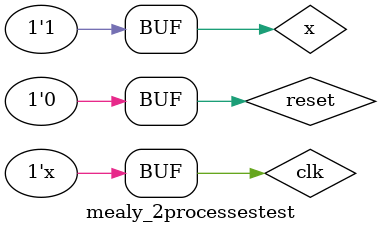
<source format=v>
`timescale 1ns / 1ps


module mealy_2processestest;

	// Inputs
	reg clk;
	reg reset;
	reg x;

	// Outputs
	wire parity;

	// Instantiate the Unit Under Test (UUT)
	mealy_2processes uut (
		.clk(clk), 
		.reset(reset), 
		.x(x), 
		.parity(parity)
	);

always
		#5 clk = ~clk;

	initial
		begin
			clk = 1'b0;
			reset = 1'b1;
			#11 reset = 1'b0;
		end
	initial 
		begin
			#10 x = 1;
		
		// Wait 100 ns for global reset to finish
		#20;
        
		// Add stimulus here

	end
      
endmodule


</source>
